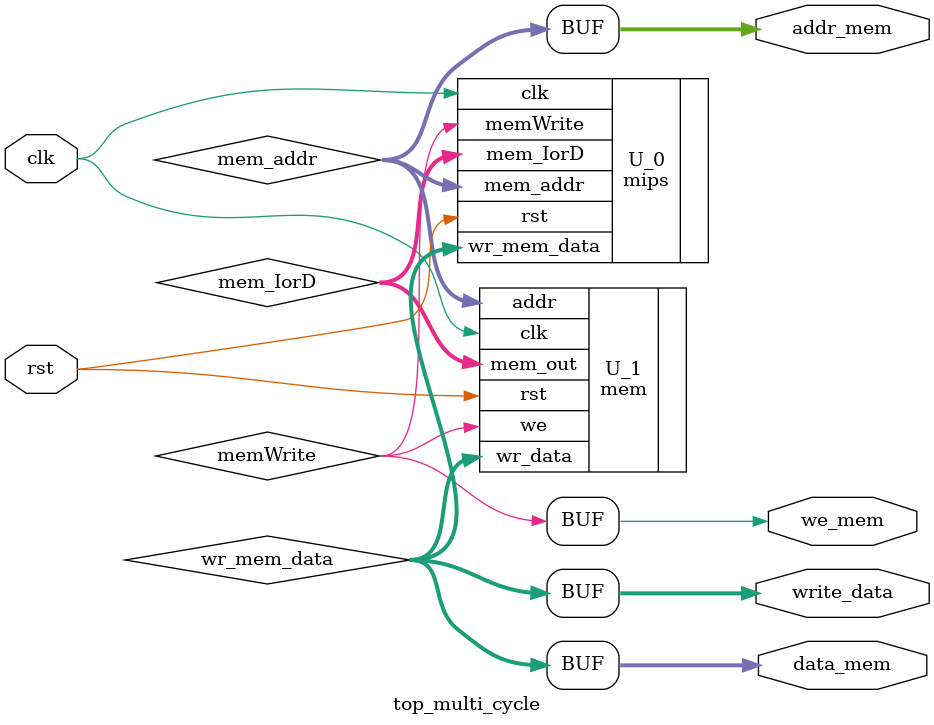
<source format=sv>

`timescale 1ns/10ps

module top_multi_cycle(
    input   logic   clk,
    input   logic   rst,

    output  logic           we_mem,
    output  logic   [31:0]  addr_mem,
    output  logic   [31:0]  data_mem,
    output  logic   [31:0]  write_data
);

    // declare local signals
    logic memWrite;
    logic [31:0] mem_IorD, mem_addr, wr_mem_data;


    // mips multi-cycle
    mips U_0 (.clk        (clk),
              .rst        (rst),
              .mem_IorD   (mem_IorD),
              .memWrite   (memWrite),
              .mem_addr   (mem_addr),
              .wr_mem_data(wr_mem_data));

    // memory for multi-cicle
    mem  U_1 (.clk        (clk),
              .rst        (rst),
              .we         (memWrite),
              .addr       (mem_addr),
              .wr_data    (wr_mem_data),
              .mem_out    (mem_IorD));

    // output
    assign we_mem     = memWrite;
    assign addr_mem   = mem_addr;
    assign data_mem   = wr_mem_data;
    assign write_data = wr_mem_data;

endmodule : top_multi_cycle
</source>
